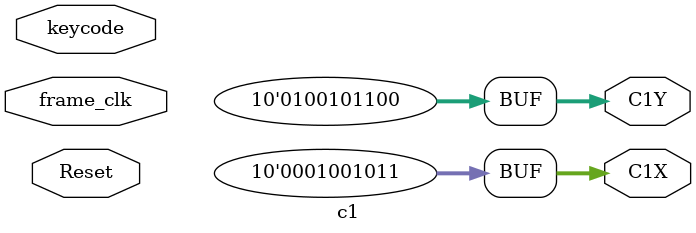
<source format=sv>



module  c1 ( input Reset, frame_clk, input [7:0] keycode,
               output [9:0]  C1X, C1Y);
    
       
    assign C1X = 75;
   
    assign C1Y = 300;
    

endmodule

</source>
